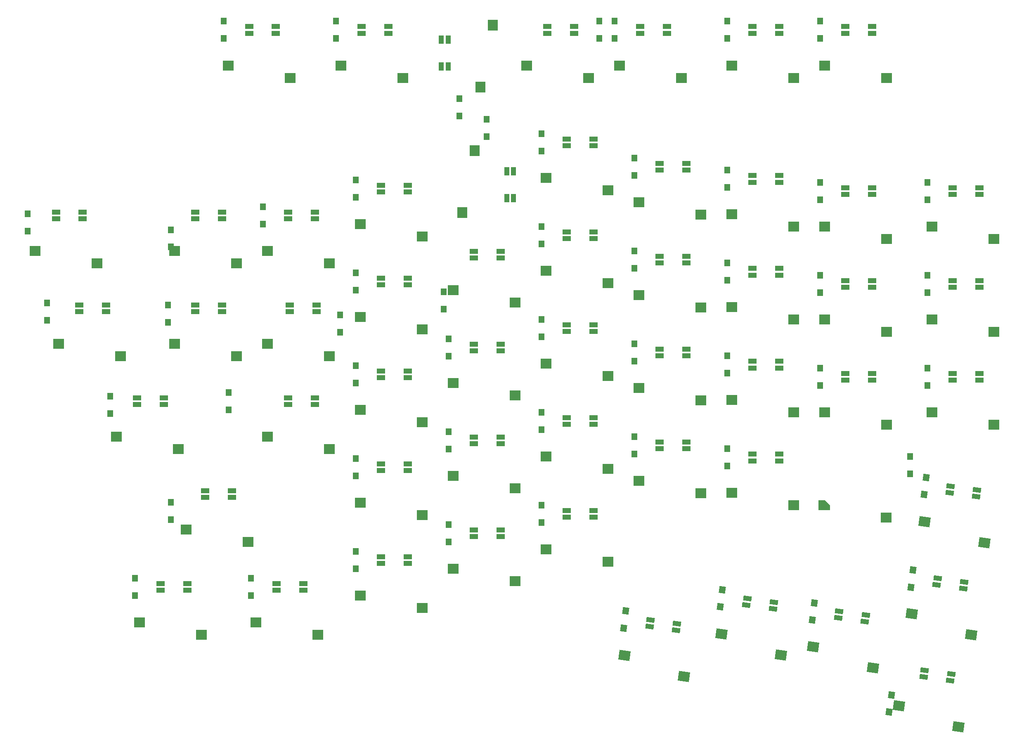
<source format=gtp>
%TF.GenerationSoftware,KiCad,Pcbnew,(6.0.5-0)*%
%TF.CreationDate,2023-02-03T13:19:03-08:00*%
%TF.ProjectId,ergodonk_pcb,6572676f-646f-46e6-9b5f-7063622e6b69,rev?*%
%TF.SameCoordinates,Original*%
%TF.FileFunction,Paste,Top*%
%TF.FilePolarity,Positive*%
%FSLAX46Y46*%
G04 Gerber Fmt 4.6, Leading zero omitted, Abs format (unit mm)*
G04 Created by KiCad (PCBNEW (6.0.5-0)) date 2023-02-03 13:19:03*
%MOMM*%
%LPD*%
G01*
G04 APERTURE LIST*
G04 Aperture macros list*
%AMRotRect*
0 Rectangle, with rotation*
0 The origin of the aperture is its center*
0 $1 length*
0 $2 width*
0 $3 Rotation angle, in degrees counterclockwise*
0 Add horizontal line*
21,1,$1,$2,0,0,$3*%
%AMOutline5P*
0 Free polygon, 5 corners , with rotation*
0 The origin of the aperture is its center*
0 number of corners: always 5*
0 $1 to $10 corner X, Y*
0 $11 Rotation angle, in degrees counterclockwise*
0 create outline with 5 corners*
4,1,5,$1,$2,$3,$4,$5,$6,$7,$8,$9,$10,$1,$2,$11*%
%AMOutline6P*
0 Free polygon, 6 corners , with rotation*
0 The origin of the aperture is its center*
0 number of corners: always 6*
0 $1 to $12 corner X, Y*
0 $13 Rotation angle, in degrees counterclockwise*
0 create outline with 6 corners*
4,1,6,$1,$2,$3,$4,$5,$6,$7,$8,$9,$10,$11,$12,$1,$2,$13*%
%AMOutline7P*
0 Free polygon, 7 corners , with rotation*
0 The origin of the aperture is its center*
0 number of corners: always 7*
0 $1 to $14 corner X, Y*
0 $15 Rotation angle, in degrees counterclockwise*
0 create outline with 7 corners*
4,1,7,$1,$2,$3,$4,$5,$6,$7,$8,$9,$10,$11,$12,$13,$14,$1,$2,$15*%
%AMOutline8P*
0 Free polygon, 8 corners , with rotation*
0 The origin of the aperture is its center*
0 number of corners: always 8*
0 $1 to $16 corner X, Y*
0 $17 Rotation angle, in degrees counterclockwise*
0 create outline with 8 corners*
4,1,8,$1,$2,$3,$4,$5,$6,$7,$8,$9,$10,$11,$12,$13,$14,$15,$16,$1,$2,$17*%
G04 Aperture macros list end*
%ADD10R,1.700000X1.000000*%
%ADD11R,2.300000X2.000000*%
%ADD12RotRect,1.700000X1.000000X172.000000*%
%ADD13RotRect,2.300000X2.000000X352.000000*%
%ADD14R,1.000000X1.700000*%
%ADD15R,2.000000X2.300000*%
%ADD16Outline5P,-1.150000X1.000000X0.150000X1.000000X1.150000X0.000000X1.150000X-1.000000X-1.150000X-1.000000X0.000000*%
%ADD17R,1.300000X1.400000*%
%ADD18RotRect,1.400000X1.300000X82.000000*%
G04 APERTURE END LIST*
D10*
%TO.C,SW14*%
X111550000Y-53976000D03*
X111550000Y-52576000D03*
X117050000Y-52576000D03*
X117050000Y-53976000D03*
D11*
X120000000Y-63095000D03*
X107300000Y-60555000D03*
%TD*%
D10*
%TO.C,SW35*%
X92500000Y-96076000D03*
X92500000Y-94676000D03*
X98000000Y-94676000D03*
X98000000Y-96076000D03*
D11*
X100950000Y-105195000D03*
X88250000Y-102655000D03*
%TD*%
D10*
%TO.C,SW18_RH10*%
X35350000Y-68976000D03*
X35350000Y-67576000D03*
X40850000Y-67576000D03*
X40850000Y-68976000D03*
D11*
X43800000Y-78095000D03*
X31100000Y-75555000D03*
%TD*%
D12*
%TO.C,SW51*%
X167258911Y-150853929D03*
X167453753Y-149467554D03*
X172900228Y-150233006D03*
X172705385Y-151619381D03*
D13*
X174357557Y-161060196D03*
X162134652Y-156777417D03*
%TD*%
D10*
%TO.C,SW33*%
X130600000Y-97076000D03*
X130600000Y-95676000D03*
X136100000Y-95676000D03*
X136100000Y-97076000D03*
D11*
X139050000Y-106195000D03*
X126350000Y-103655000D03*
%TD*%
D10*
%TO.C,SW28_RH10*%
X11537500Y-88026000D03*
X11537500Y-86626000D03*
X17037500Y-86626000D03*
X17037500Y-88026000D03*
D11*
X19987500Y-97145000D03*
X7287500Y-94605000D03*
%TD*%
D10*
%TO.C,SW16*%
X73450000Y-63476000D03*
X73450000Y-62076000D03*
X78950000Y-62076000D03*
X78950000Y-63476000D03*
D11*
X81900000Y-72595000D03*
X69200000Y-70055000D03*
%TD*%
D10*
%TO.C,SW45*%
X92500000Y-115126000D03*
X92500000Y-113726000D03*
X98000000Y-113726000D03*
X98000000Y-115126000D03*
D11*
X100950000Y-124245000D03*
X88250000Y-121705000D03*
%TD*%
D10*
%TO.C,SW6*%
X69450000Y-30926000D03*
X69450000Y-29526000D03*
X74950000Y-29526000D03*
X74950000Y-30926000D03*
D11*
X77900000Y-40045000D03*
X65200000Y-37505000D03*
%TD*%
D10*
%TO.C,SW55*%
X92500000Y-134176000D03*
X92500000Y-132776000D03*
X98000000Y-132776000D03*
X98000000Y-134176000D03*
D11*
X100950000Y-143295000D03*
X88250000Y-140755000D03*
%TD*%
D14*
%TO.C,SW5*%
X87251000Y-37675000D03*
X85851000Y-37675000D03*
X85851000Y-32175000D03*
X87251000Y-32175000D03*
D15*
X96370000Y-29225000D03*
X93830000Y-41925000D03*
%TD*%
D11*
%TO.C,SWLH_ROT1*%
X177122000Y-130245000D03*
D16*
X164422000Y-127705000D03*
%TD*%
D10*
%TO.C,SW43*%
X130600000Y-116126000D03*
X130600000Y-114726000D03*
X136100000Y-114726000D03*
X136100000Y-116126000D03*
D11*
X139050000Y-125245000D03*
X126350000Y-122705000D03*
%TD*%
D12*
%TO.C,SW50*%
X184797894Y-162937480D03*
X184992736Y-161551105D03*
X190439211Y-162316557D03*
X190244368Y-163702932D03*
D13*
X191896540Y-173143747D03*
X179673635Y-168860968D03*
%TD*%
D10*
%TO.C,SW21*%
X168700000Y-83026000D03*
X168700000Y-81626000D03*
X174200000Y-81626000D03*
X174200000Y-83026000D03*
D11*
X177150000Y-92145000D03*
X164450000Y-89605000D03*
%TD*%
D10*
%TO.C,SW4*%
X107550000Y-30926000D03*
X107550000Y-29526000D03*
X113050000Y-29526000D03*
X113050000Y-30926000D03*
D11*
X116000000Y-40045000D03*
X103300000Y-37505000D03*
%TD*%
D12*
%TO.C,SW53*%
X128535480Y-152625661D03*
X128730322Y-151239286D03*
X134176797Y-152004738D03*
X133981954Y-153391113D03*
D13*
X135634126Y-162831928D03*
X123411221Y-158549149D03*
%TD*%
D10*
%TO.C,SW26*%
X73450000Y-82526000D03*
X73450000Y-81126000D03*
X78950000Y-81126000D03*
X78950000Y-82526000D03*
D11*
X81900000Y-91645000D03*
X69200000Y-89105000D03*
%TD*%
D10*
%TO.C,SW12*%
X149650000Y-61476000D03*
X149650000Y-60076000D03*
X155150000Y-60076000D03*
X155150000Y-61476000D03*
D11*
X158100000Y-70595000D03*
X145400000Y-68055000D03*
%TD*%
D12*
%TO.C,SW40*%
X187449141Y-144072873D03*
X187643983Y-142686498D03*
X193090458Y-143451950D03*
X192895615Y-144838325D03*
D13*
X194547787Y-154279140D03*
X182324882Y-149996361D03*
%TD*%
D10*
%TO.C,SW44*%
X111550000Y-111126000D03*
X111550000Y-109726000D03*
X117050000Y-109726000D03*
X117050000Y-111126000D03*
D11*
X120000000Y-120245000D03*
X107300000Y-117705000D03*
%TD*%
D10*
%TO.C,SW56*%
X73450000Y-139676000D03*
X73450000Y-138276000D03*
X78950000Y-138276000D03*
X78950000Y-139676000D03*
D11*
X81900000Y-148795000D03*
X69200000Y-146255000D03*
%TD*%
D12*
%TO.C,SW52*%
X148394955Y-148203627D03*
X148589797Y-146817252D03*
X154036272Y-147582704D03*
X153841429Y-148969079D03*
D13*
X155493601Y-158409894D03*
X143270696Y-154127115D03*
%TD*%
D10*
%TO.C,SW10*%
X190750000Y-83026000D03*
X190750000Y-81626000D03*
X196250000Y-81626000D03*
X196250000Y-83026000D03*
D11*
X199200000Y-92145000D03*
X186500000Y-89605000D03*
%TD*%
D10*
%TO.C,SW22*%
X149650000Y-80526000D03*
X149650000Y-79126000D03*
X155150000Y-79126000D03*
X155150000Y-80526000D03*
D11*
X158100000Y-89645000D03*
X145400000Y-87105000D03*
%TD*%
D10*
%TO.C,SW24*%
X111550000Y-73026000D03*
X111550000Y-71626000D03*
X117050000Y-71626000D03*
X117050000Y-73026000D03*
D11*
X120000000Y-82145000D03*
X107300000Y-79605000D03*
%TD*%
D10*
%TO.C,SW1*%
X168700000Y-30926000D03*
X168700000Y-29526000D03*
X174200000Y-29526000D03*
X174200000Y-30926000D03*
D11*
X177150000Y-40045000D03*
X164450000Y-37505000D03*
%TD*%
D10*
%TO.C,SW37*%
X54400000Y-107076000D03*
X54400000Y-105676000D03*
X59900000Y-105676000D03*
X59900000Y-107076000D03*
D11*
X62850000Y-116195000D03*
X50150000Y-113655000D03*
%TD*%
D10*
%TO.C,SW47*%
X37381250Y-126126000D03*
X37381250Y-124726000D03*
X42881250Y-124726000D03*
X42881250Y-126126000D03*
D11*
X46181250Y-135245000D03*
X33481250Y-132705000D03*
%TD*%
D10*
%TO.C,SW20*%
X190750000Y-102076000D03*
X190750000Y-100676000D03*
X196250000Y-100676000D03*
X196250000Y-102076000D03*
D11*
X199200000Y-111195000D03*
X186500000Y-108655000D03*
%TD*%
D10*
%TO.C,SW2*%
X149650000Y-30926000D03*
X149650000Y-29526000D03*
X155150000Y-29526000D03*
X155150000Y-30926000D03*
D11*
X158100000Y-40045000D03*
X145400000Y-37505000D03*
%TD*%
D10*
%TO.C,SW42*%
X149650000Y-118626000D03*
X149650000Y-117226000D03*
X155150000Y-117226000D03*
X155150000Y-118626000D03*
D11*
X158100000Y-127745000D03*
X145400000Y-125205000D03*
%TD*%
D10*
%TO.C,SW27*%
X54750000Y-88026000D03*
X54750000Y-86626000D03*
X60250000Y-86626000D03*
X60250000Y-88026000D03*
D11*
X62850000Y-97145000D03*
X50150000Y-94605000D03*
%TD*%
D10*
%TO.C,SW57*%
X52018750Y-145176000D03*
X52018750Y-143776000D03*
X57518750Y-143776000D03*
X57518750Y-145176000D03*
D11*
X60468750Y-154295000D03*
X47768750Y-151755000D03*
%TD*%
D10*
%TO.C,SW34*%
X111550000Y-92076000D03*
X111550000Y-90676000D03*
X117050000Y-90676000D03*
X117050000Y-92076000D03*
D11*
X120000000Y-101195000D03*
X107300000Y-98655000D03*
%TD*%
D10*
%TO.C,SW58*%
X28206250Y-145176000D03*
X28206250Y-143776000D03*
X33706250Y-143776000D03*
X33706250Y-145176000D03*
D11*
X36656250Y-154295000D03*
X23956250Y-151755000D03*
%TD*%
D10*
%TO.C,SW31*%
X168700000Y-102076000D03*
X168700000Y-100676000D03*
X174200000Y-100676000D03*
X174200000Y-102076000D03*
D11*
X177150000Y-111195000D03*
X164450000Y-108655000D03*
%TD*%
D10*
%TO.C,SW3*%
X126600000Y-30926000D03*
X126600000Y-29526000D03*
X132100000Y-29526000D03*
X132100000Y-30926000D03*
D11*
X135050000Y-40045000D03*
X122350000Y-37505000D03*
%TD*%
D10*
%TO.C,SW46*%
X73450000Y-120626000D03*
X73450000Y-119226000D03*
X78950000Y-119226000D03*
X78950000Y-120626000D03*
D11*
X81900000Y-129745000D03*
X69200000Y-127205000D03*
%TD*%
D12*
%TO.C,SW30*%
X190100389Y-125208267D03*
X190295231Y-123821892D03*
X195741706Y-124587344D03*
X195546863Y-125973719D03*
D13*
X197199035Y-135414534D03*
X184976130Y-131131755D03*
%TD*%
D17*
%TO.C,D48_RH10*%
X17932750Y-105395000D03*
X17932750Y-108945000D03*
%TD*%
D10*
%TO.C,SW36*%
X73450000Y-101576000D03*
X73450000Y-100176000D03*
X78950000Y-100176000D03*
X78950000Y-101576000D03*
D11*
X81900000Y-110695000D03*
X69200000Y-108155000D03*
%TD*%
D10*
%TO.C,SW25*%
X92500000Y-77026000D03*
X92500000Y-75626000D03*
X98000000Y-75626000D03*
X98000000Y-77026000D03*
D11*
X100950000Y-86145000D03*
X88250000Y-83605000D03*
%TD*%
D17*
%TO.C,D38_RH10*%
X29739000Y-86625000D03*
X29739000Y-90175000D03*
%TD*%
D10*
%TO.C,SW32*%
X149650000Y-99576000D03*
X149650000Y-98176000D03*
X155150000Y-98176000D03*
X155150000Y-99576000D03*
D11*
X158100000Y-108695000D03*
X145400000Y-106155000D03*
%TD*%
D10*
%TO.C,SW17*%
X54400000Y-68976000D03*
X54400000Y-67576000D03*
X59900000Y-67576000D03*
X59900000Y-68976000D03*
D11*
X62850000Y-78095000D03*
X50150000Y-75555000D03*
%TD*%
D10*
%TO.C,SW11*%
X168700000Y-63976000D03*
X168700000Y-62576000D03*
X174200000Y-62576000D03*
X174200000Y-63976000D03*
D11*
X177150000Y-73095000D03*
X164450000Y-70555000D03*
%TD*%
D10*
%TO.C,SW54*%
X111550000Y-130176000D03*
X111550000Y-128776000D03*
X117050000Y-128776000D03*
X117050000Y-130176000D03*
D11*
X120000000Y-139295000D03*
X107300000Y-136755000D03*
%TD*%
D10*
%TO.C,SW0*%
X190750000Y-63976000D03*
X190750000Y-62576000D03*
X196250000Y-62576000D03*
X196250000Y-63976000D03*
D11*
X199200000Y-73095000D03*
X186500000Y-70555000D03*
%TD*%
D10*
%TO.C,SW08_RH10*%
X6775000Y-68976000D03*
X6775000Y-67576000D03*
X12275000Y-67576000D03*
X12275000Y-68976000D03*
D11*
X15225000Y-78095000D03*
X2525000Y-75555000D03*
%TD*%
D17*
%TO.C,D18_RH10*%
X30319000Y-71200000D03*
X30319000Y-74750000D03*
%TD*%
D10*
%TO.C,SW23*%
X130600000Y-78026000D03*
X130600000Y-76626000D03*
X136100000Y-76626000D03*
X136100000Y-78026000D03*
D11*
X139050000Y-87145000D03*
X126350000Y-84605000D03*
%TD*%
D10*
%TO.C,SW7*%
X46400000Y-30926000D03*
X46400000Y-29526000D03*
X51900000Y-29526000D03*
X51900000Y-30926000D03*
D11*
X54850000Y-40045000D03*
X42150000Y-37505000D03*
%TD*%
D14*
%TO.C,SW15*%
X99249000Y-59225000D03*
X100649000Y-59225000D03*
X100649000Y-64725000D03*
X99249000Y-64725000D03*
D15*
X90130000Y-67675000D03*
X92670000Y-54975000D03*
%TD*%
D10*
%TO.C,SW38_RH10*%
X35350000Y-88026000D03*
X35350000Y-86626000D03*
X40850000Y-86626000D03*
X40850000Y-88026000D03*
D11*
X43800000Y-97145000D03*
X31100000Y-94605000D03*
%TD*%
D10*
%TO.C,SW13*%
X130600000Y-58976000D03*
X130600000Y-57576000D03*
X136100000Y-57576000D03*
X136100000Y-58976000D03*
D11*
X139050000Y-68095000D03*
X126350000Y-65555000D03*
%TD*%
D17*
%TO.C,D58*%
X23006250Y-142689000D03*
X23006250Y-146239000D03*
%TD*%
%TO.C,D17*%
X49200000Y-66489000D03*
X49200000Y-70039000D03*
%TD*%
%TO.C,D55*%
X87300000Y-131689000D03*
X87300000Y-135239000D03*
%TD*%
%TO.C,D46*%
X68250000Y-118139000D03*
X68250000Y-121689000D03*
%TD*%
D18*
%TO.C,D40*%
X182612064Y-141010548D03*
X182118000Y-144526000D03*
%TD*%
D17*
%TO.C,D15*%
X95123000Y-48565000D03*
X95123000Y-52115000D03*
%TD*%
%TO.C,D54*%
X106350000Y-127689000D03*
X106350000Y-131239000D03*
%TD*%
%TO.C,D56*%
X68250000Y-137189000D03*
X68250000Y-140739000D03*
%TD*%
%TO.C,D5*%
X89535000Y-44326000D03*
X89535000Y-47876000D03*
%TD*%
%TO.C,D13*%
X125400000Y-56489000D03*
X125400000Y-60039000D03*
%TD*%
%TO.C,D32*%
X144450000Y-97089000D03*
X144450000Y-100639000D03*
%TD*%
%TO.C,D26*%
X68250000Y-80039000D03*
X68250000Y-83589000D03*
%TD*%
%TO.C,D7*%
X41200000Y-28439000D03*
X41200000Y-31989000D03*
%TD*%
%TO.C,D2*%
X144450000Y-28439000D03*
X144450000Y-31989000D03*
%TD*%
%TO.C,D0*%
X185550000Y-61489000D03*
X185550000Y-65039000D03*
%TD*%
%TO.C,D21*%
X163500000Y-80539000D03*
X163500000Y-84089000D03*
%TD*%
%TO.C,D37*%
X42215000Y-104589000D03*
X42215000Y-108139000D03*
%TD*%
%TO.C,D42*%
X144450000Y-116139000D03*
X144450000Y-119689000D03*
%TD*%
%TO.C,D33*%
X125400000Y-94589000D03*
X125400000Y-98139000D03*
%TD*%
%TO.C,D11*%
X163500000Y-61489000D03*
X163500000Y-65039000D03*
%TD*%
%TO.C,D27*%
X65087500Y-88662500D03*
X65087500Y-92212500D03*
%TD*%
%TO.C,D12*%
X144450000Y-58989000D03*
X144450000Y-62539000D03*
%TD*%
%TO.C,D25*%
X86300000Y-83961000D03*
X86300000Y-87511000D03*
%TD*%
%TO.C,D34*%
X106350000Y-89589000D03*
X106350000Y-93139000D03*
%TD*%
%TO.C,D4*%
X118250000Y-28439000D03*
X118250000Y-31989000D03*
%TD*%
D18*
%TO.C,D50*%
X178174032Y-166644274D03*
X177679968Y-170159726D03*
%TD*%
%TO.C,D51*%
X162389513Y-147771078D03*
X161895449Y-151286530D03*
%TD*%
D17*
%TO.C,D1*%
X163500000Y-28439000D03*
X163500000Y-31989000D03*
%TD*%
%TO.C,D47*%
X30321250Y-127133000D03*
X30321250Y-130683000D03*
%TD*%
%TO.C,D6*%
X64250000Y-28439000D03*
X64250000Y-31989000D03*
%TD*%
%TO.C,D24*%
X106350000Y-70539000D03*
X106350000Y-74089000D03*
%TD*%
%TO.C,D3*%
X121400000Y-28439000D03*
X121400000Y-31989000D03*
%TD*%
%TO.C,D16*%
X68250000Y-60989000D03*
X68250000Y-64539000D03*
%TD*%
%TO.C,D35*%
X87300000Y-93589000D03*
X87300000Y-97139000D03*
%TD*%
%TO.C,D43*%
X125400000Y-113639000D03*
X125400000Y-117189000D03*
%TD*%
%TO.C,D45*%
X87300000Y-112639000D03*
X87300000Y-116189000D03*
%TD*%
%TO.C,D22*%
X144450000Y-78039000D03*
X144450000Y-81589000D03*
%TD*%
%TO.C,D20*%
X185550000Y-99589000D03*
X185550000Y-103139000D03*
%TD*%
%TO.C,D14*%
X106350000Y-51489000D03*
X106350000Y-55039000D03*
%TD*%
%TO.C,D31*%
X163500000Y-99589000D03*
X163500000Y-103139000D03*
%TD*%
%TO.C,D44*%
X106350000Y-108639000D03*
X106350000Y-112189000D03*
%TD*%
D18*
%TO.C,D52*%
X143503032Y-145054274D03*
X143008968Y-148569726D03*
%TD*%
D17*
%TO.C,D36*%
X68250000Y-99089000D03*
X68250000Y-102639000D03*
%TD*%
D10*
%TO.C,SW48_RH10*%
X28943750Y-105676000D03*
X28943750Y-107076000D03*
X23443750Y-107076000D03*
X23443750Y-105676000D03*
D11*
X31893750Y-116195000D03*
X19193750Y-113655000D03*
%TD*%
D17*
%TO.C,D41*%
X181991000Y-117732000D03*
X181991000Y-121282000D03*
%TD*%
%TO.C,D28_RH10*%
X4921250Y-86220500D03*
X4921250Y-89770500D03*
%TD*%
%TO.C,D23*%
X125400000Y-75539000D03*
X125400000Y-79089000D03*
%TD*%
%TO.C,D08_RH10*%
X952500Y-67976750D03*
X952500Y-71526750D03*
%TD*%
D18*
%TO.C,D30*%
X185322551Y-122017470D03*
X184828487Y-125532922D03*
%TD*%
D17*
%TO.C,D10*%
X185550000Y-80539000D03*
X185550000Y-84089000D03*
%TD*%
%TO.C,D57*%
X46818750Y-142689000D03*
X46818750Y-146239000D03*
%TD*%
D18*
%TO.C,D53*%
X123691032Y-149392548D03*
X123196968Y-152908000D03*
%TD*%
M02*

</source>
